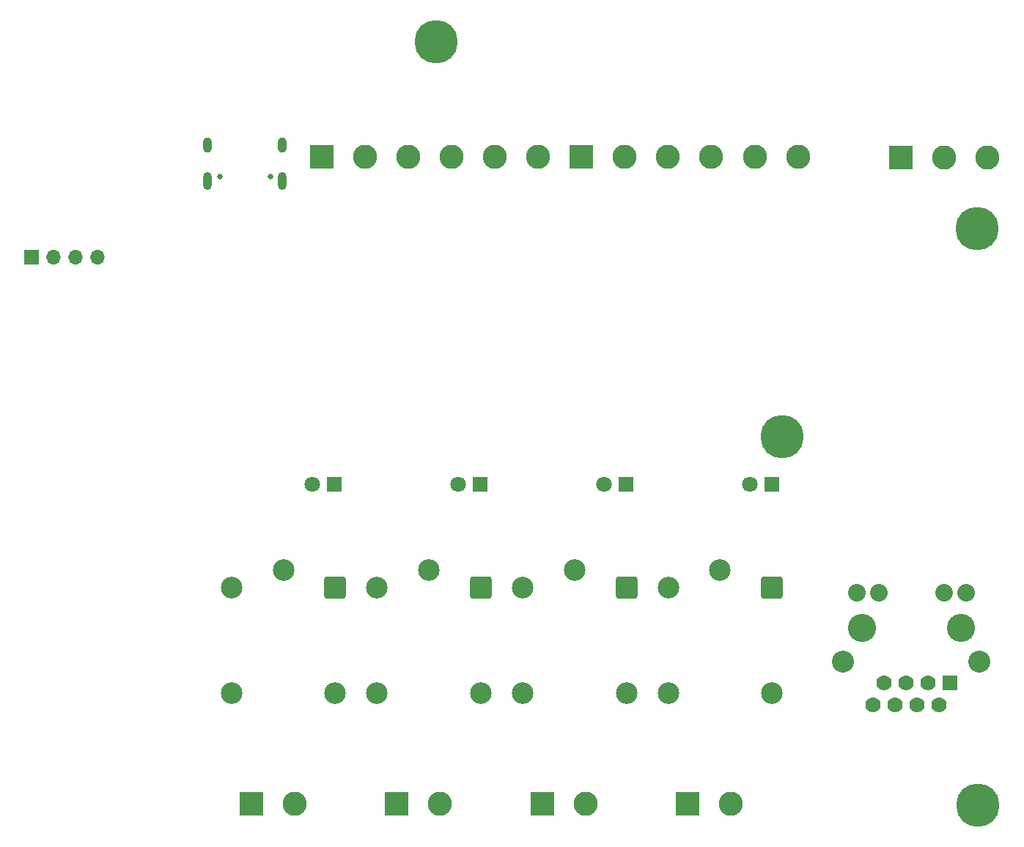
<source format=gbr>
%TF.GenerationSoftware,KiCad,Pcbnew,8.0.6-8.0.6-0~ubuntu24.04.1*%
%TF.CreationDate,2024-10-19T21:07:47+02:00*%
%TF.ProjectId,ESP_PLC,4553505f-504c-4432-9e6b-696361645f70,rev?*%
%TF.SameCoordinates,Original*%
%TF.FileFunction,Soldermask,Bot*%
%TF.FilePolarity,Negative*%
%FSLAX46Y46*%
G04 Gerber Fmt 4.6, Leading zero omitted, Abs format (unit mm)*
G04 Created by KiCad (PCBNEW 8.0.6-8.0.6-0~ubuntu24.04.1) date 2024-10-19 21:07:47*
%MOMM*%
%LPD*%
G01*
G04 APERTURE LIST*
G04 Aperture macros list*
%AMRoundRect*
0 Rectangle with rounded corners*
0 $1 Rounding radius*
0 $2 $3 $4 $5 $6 $7 $8 $9 X,Y pos of 4 corners*
0 Add a 4 corners polygon primitive as box body*
4,1,4,$2,$3,$4,$5,$6,$7,$8,$9,$2,$3,0*
0 Add four circle primitives for the rounded corners*
1,1,$1+$1,$2,$3*
1,1,$1+$1,$4,$5*
1,1,$1+$1,$6,$7*
1,1,$1+$1,$8,$9*
0 Add four rect primitives between the rounded corners*
20,1,$1+$1,$2,$3,$4,$5,0*
20,1,$1+$1,$4,$5,$6,$7,0*
20,1,$1+$1,$6,$7,$8,$9,0*
20,1,$1+$1,$8,$9,$2,$3,0*%
G04 Aperture macros list end*
%ADD10R,1.700000X1.700000*%
%ADD11O,1.700000X1.700000*%
%ADD12C,5.000000*%
%ADD13C,2.500000*%
%ADD14RoundRect,0.250000X-1.000000X1.000000X-1.000000X-1.000000X1.000000X-1.000000X1.000000X1.000000X0*%
%ADD15R,2.800000X2.800000*%
%ADD16C,2.800000*%
%ADD17C,3.251200*%
%ADD18R,1.778000X1.778000*%
%ADD19C,1.778000*%
%ADD20C,2.032000*%
%ADD21C,2.540000*%
%ADD22R,1.800000X1.800000*%
%ADD23C,1.800000*%
%ADD24C,0.650000*%
%ADD25O,1.000000X2.100000*%
%ADD26O,1.000000X1.800000*%
G04 APERTURE END LIST*
D10*
%TO.C,REF\u002A\u002A*%
X118300000Y-83300000D03*
D11*
X120840000Y-83300000D03*
X123380000Y-83300000D03*
X125920000Y-83300000D03*
%TD*%
D12*
%TO.C,H2*%
X205000000Y-104000000D03*
%TD*%
%TO.C,H3*%
X165000000Y-58400000D03*
%TD*%
%TO.C,H2*%
X227500000Y-80000000D03*
%TD*%
D13*
%TO.C,K2*%
X164184166Y-119417500D03*
X170184166Y-133617500D03*
X158184166Y-133617500D03*
D14*
X170184166Y-121417500D03*
D13*
X158184166Y-121417500D03*
%TD*%
D15*
%TO.C,J15*%
X177250000Y-146395000D03*
D16*
X182250000Y-146395000D03*
%TD*%
D13*
%TO.C,K3*%
X181000832Y-119417500D03*
X187000832Y-133617500D03*
X175000832Y-133617500D03*
D14*
X187000832Y-121417500D03*
D13*
X175000832Y-121417500D03*
%TD*%
D17*
%TO.C,J1*%
X225620000Y-126145000D03*
X214190000Y-126145000D03*
D18*
X224350000Y-132495000D03*
D19*
X223080000Y-135035000D03*
X221810000Y-132495000D03*
X220540000Y-135035000D03*
X219270000Y-132495000D03*
X218000000Y-135035000D03*
X216730000Y-132495000D03*
X215460000Y-135035000D03*
D20*
X213605800Y-122030200D03*
X216120400Y-122030200D03*
X223715000Y-122030200D03*
X226229600Y-122030200D03*
D21*
X227779000Y-130031200D03*
X212031000Y-130031200D03*
%TD*%
D12*
%TO.C,H1*%
X227550000Y-146600000D03*
%TD*%
D13*
%TO.C,K1*%
X147367500Y-119417500D03*
X153367500Y-133617500D03*
X141367500Y-133617500D03*
D14*
X153367500Y-121417500D03*
D13*
X141367500Y-121417500D03*
%TD*%
D22*
%TO.C,D36*%
X170091666Y-109550000D03*
D23*
X167551666Y-109550000D03*
%TD*%
D15*
%TO.C,J13*%
X143650000Y-146395000D03*
D16*
X148650000Y-146395000D03*
%TD*%
D24*
%TO.C,J3*%
X145840000Y-73980000D03*
X140060000Y-73980000D03*
D25*
X147270000Y-74500000D03*
D26*
X147270000Y-70300000D03*
D25*
X138630000Y-74500000D03*
D26*
X138630000Y-70300000D03*
%TD*%
D22*
%TO.C,D35*%
X153225000Y-109550000D03*
D23*
X150685000Y-109550000D03*
%TD*%
D22*
%TO.C,D37*%
X186958332Y-109550000D03*
D23*
X184418332Y-109550000D03*
%TD*%
D15*
%TO.C,J12*%
X218700000Y-71800000D03*
D16*
X223700000Y-71800000D03*
X228700000Y-71800000D03*
%TD*%
D15*
%TO.C,J9*%
X151800000Y-71700000D03*
D16*
X156800000Y-71700000D03*
X161800000Y-71700000D03*
X166800000Y-71700000D03*
X171800000Y-71700000D03*
X176800000Y-71700000D03*
%TD*%
D15*
%TO.C,J14*%
X160450000Y-146445000D03*
D16*
X165450000Y-146445000D03*
%TD*%
D22*
%TO.C,D38*%
X203825000Y-109550000D03*
D23*
X201285000Y-109550000D03*
%TD*%
D15*
%TO.C,J16*%
X194050000Y-146412500D03*
D16*
X199050000Y-146412500D03*
%TD*%
D15*
%TO.C,J11*%
X181800000Y-71700000D03*
D16*
X186800000Y-71700000D03*
X191800000Y-71700000D03*
X196800000Y-71700000D03*
X201800000Y-71700000D03*
X206800000Y-71700000D03*
%TD*%
D13*
%TO.C,K4*%
X197817500Y-119417500D03*
X203817500Y-133617500D03*
X191817500Y-133617500D03*
D14*
X203817500Y-121417500D03*
D13*
X191817500Y-121417500D03*
%TD*%
M02*

</source>
